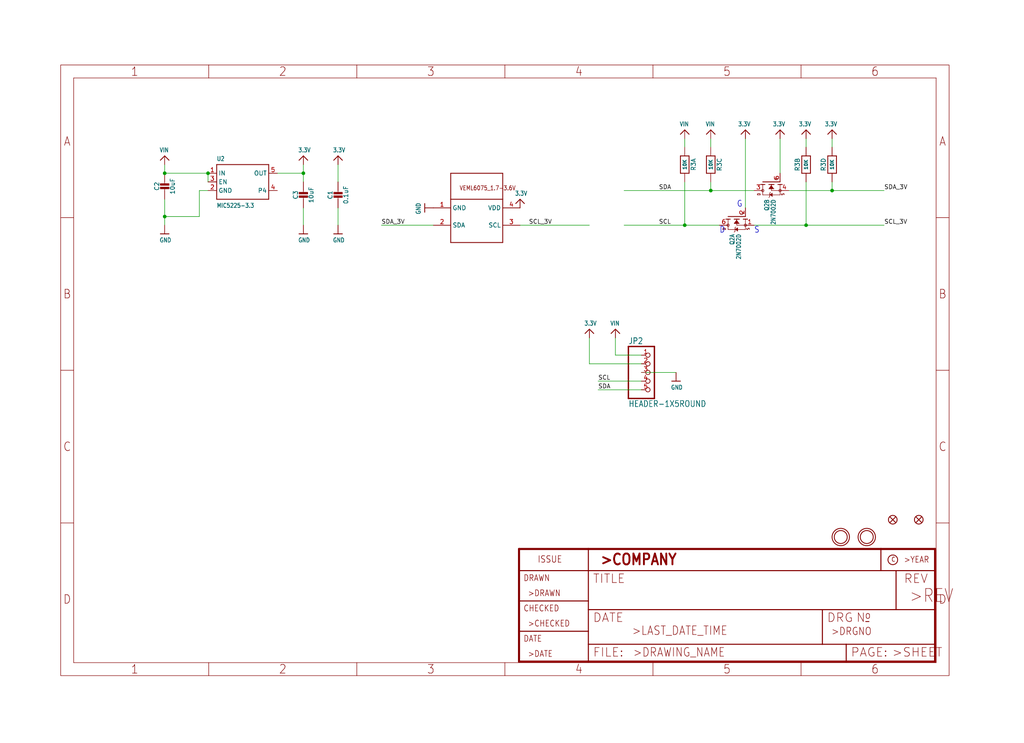
<source format=kicad_sch>
(kicad_sch (version 20211123) (generator eeschema)
  (paper "User" 300.076 217.881)
  (lib_symbols
    (symbol "eagleSchem-eagle-import:3.3V" (power)
      (property "Value" "3.3V" (at -1.524 1.016 0))
      (symbol "3.3V_1_0"
        (polyline (pts (xy -1.27 -1.27) (xy 0 0)) (stroke (width 0.254)))
        (polyline (pts (xy 0 0) (xy 1.27 -1.27)) (stroke (width 0.254)))
        (pin power_in line (at 0 -2.54 90) (length 2.54) (name "3.3V") (number "1"))
      )
    )
    (symbol "eagleSchem-eagle-import:CAP_CERAMIC0603_NO"
      (property "Reference" "C" (at -2.29 1.25 90))
      (property "Value" "CAP_CERAMIC0603_NO" (at 2.3 1.25 90))
      (symbol "CAP_CERAMIC0603_NO_1_0"
        (rectangle (start -1.27 0.508) (end 1.27 1.016) (fill (type outline)))
        (rectangle (start -1.27 1.524) (end 1.27 2.032) (fill (type outline)))
        (polyline (pts (xy 0 0.762) (xy 0 0)) (stroke (width 0.1524)))
        (polyline (pts (xy 0 2.54) (xy 0 1.778)) (stroke (width 0.1524)))
        (pin passive line (at 0 5.08 270) (length 2.54) (name "1") (number "1"))
        (pin passive line (at 0 -2.54 90) (length 2.54) (name "2") (number "2"))
      )
    )
    (symbol "eagleSchem-eagle-import:CAP_CERAMIC0805-NOOUTLINE"
      (property "Reference" "C" (at -2.29 1.25 90))
      (property "Value" "CAP_CERAMIC0805-NOOUTLINE" (at 2.3 1.25 90))
      (symbol "CAP_CERAMIC0805-NOOUTLINE_1_0"
        (rectangle (start -1.27 0.508) (end 1.27 1.016) (fill (type outline)))
        (rectangle (start -1.27 1.524) (end 1.27 2.032) (fill (type outline)))
        (polyline (pts (xy 0 0.762) (xy 0 0)) (stroke (width 0.1524)))
        (polyline (pts (xy 0 2.54) (xy 0 1.778)) (stroke (width 0.1524)))
        (pin passive line (at 0 5.08 270) (length 2.54) (name "1") (number "1"))
        (pin passive line (at 0 -2.54 90) (length 2.54) (name "2") (number "2"))
      )
    )
    (symbol "eagleSchem-eagle-import:FIDUCIAL_1MM"
      (symbol "FIDUCIAL_1MM_1_0"
        (polyline (pts (xy -0.762 0.762) (xy 0.762 -0.762)) (stroke (width 0.254)))
        (polyline (pts (xy 0.762 0.762) (xy -0.762 -0.762)) (stroke (width 0.254)))
        (circle (center 0 0) (radius 1.27) (stroke (width 0.254)))
      )
    )
    (symbol "eagleSchem-eagle-import:FRAME_A4"
      (symbol "FRAME_A4_1_0"
        (polyline (pts (xy 0 44.7675) (xy 3.81 44.7675)))
        (polyline (pts (xy 0 89.535) (xy 3.81 89.535)))
        (polyline (pts (xy 0 134.3025) (xy 3.81 134.3025)))
        (polyline (pts (xy 3.81 3.81) (xy 3.81 175.26)))
        (polyline (pts (xy 43.3917 0) (xy 43.3917 3.81)))
        (polyline (pts (xy 43.3917 175.26) (xy 43.3917 179.07)))
        (polyline (pts (xy 86.7833 0) (xy 86.7833 3.81)))
        (polyline (pts (xy 86.7833 175.26) (xy 86.7833 179.07)))
        (polyline (pts (xy 130.175 0) (xy 130.175 3.81)))
        (polyline (pts (xy 130.175 175.26) (xy 130.175 179.07)))
        (polyline (pts (xy 173.5667 0) (xy 173.5667 3.81)))
        (polyline (pts (xy 173.5667 175.26) (xy 173.5667 179.07)))
        (polyline (pts (xy 216.9583 0) (xy 216.9583 3.81)))
        (polyline (pts (xy 216.9583 175.26) (xy 216.9583 179.07)))
        (polyline (pts (xy 256.54 3.81) (xy 3.81 3.81)))
        (polyline (pts (xy 256.54 3.81) (xy 256.54 8.89)) (stroke (width 0.1016)))
        (polyline (pts (xy 256.54 3.81) (xy 256.54 175.26)))
        (polyline (pts (xy 256.54 8.89) (xy 256.54 13.97)) (stroke (width 0.1016)))
        (polyline (pts (xy 256.54 13.97) (xy 256.54 19.05)) (stroke (width 0.1016)))
        (polyline (pts (xy 256.54 19.05) (xy 256.54 36.83)) (stroke (width 0.1016)))
        (polyline (pts (xy 256.54 44.7675) (xy 260.35 44.7675)))
        (polyline (pts (xy 256.54 89.535) (xy 260.35 89.535)))
        (polyline (pts (xy 256.54 134.3025) (xy 260.35 134.3025)))
        (polyline (pts (xy 256.54 175.26) (xy 3.81 175.26)))
        (polyline (pts (xy 0 0) (xy 260.35 0) (xy 260.35 179.07) (xy 0 179.07) (xy 0 0)))
        (text "1" (at 21.6958 1.905 0) (effects (font (size 2.54 2.286))))
        (text "1" (at 21.6958 177.165 0) (effects (font (size 2.54 2.286))))
        (text "2" (at 65.0875 1.905 0) (effects (font (size 2.54 2.286))))
        (text "2" (at 65.0875 177.165 0) (effects (font (size 2.54 2.286))))
        (text "3" (at 108.4792 1.905 0) (effects (font (size 2.54 2.286))))
        (text "3" (at 108.4792 177.165 0) (effects (font (size 2.54 2.286))))
        (text "4" (at 151.8708 1.905 0) (effects (font (size 2.54 2.286))))
        (text "4" (at 151.8708 177.165 0) (effects (font (size 2.54 2.286))))
        (text "5" (at 195.2625 1.905 0) (effects (font (size 2.54 2.286))))
        (text "5" (at 195.2625 177.165 0) (effects (font (size 2.54 2.286))))
        (text "6" (at 238.6542 1.905 0) (effects (font (size 2.54 2.286))))
        (text "6" (at 238.6542 177.165 0) (effects (font (size 2.54 2.286))))
        (text "A" (at 1.905 156.6863 0) (effects (font (size 2.54 2.286))))
        (text "A" (at 258.445 156.6863 0) (effects (font (size 2.54 2.286))))
        (text "B" (at 1.905 111.9188 0) (effects (font (size 2.54 2.286))))
        (text "B" (at 258.445 111.9188 0) (effects (font (size 2.54 2.286))))
        (text "C" (at 1.905 67.1513 0) (effects (font (size 2.54 2.286))))
        (text "C" (at 258.445 67.1513 0) (effects (font (size 2.54 2.286))))
        (text "D" (at 1.905 22.3838 0) (effects (font (size 2.54 2.286))))
        (text "D" (at 258.445 22.3838 0) (effects (font (size 2.54 2.286))))
      )
      (symbol "FRAME_A4_2_0"
        (polyline (pts (xy -0.3048 1.5748) (xy 20.0152 1.5748)) (stroke (width 0.6096)))
        (polyline (pts (xy -0.3048 10.4648) (xy -0.3048 1.5748)) (stroke (width 0.6096)))
        (polyline (pts (xy -0.3048 10.4648) (xy 20.0152 10.4648)) (stroke (width 0.3048)))
        (polyline (pts (xy -0.3048 19.3548) (xy -0.3048 10.4648)) (stroke (width 0.6096)))
        (polyline (pts (xy -0.3048 19.3548) (xy 20.0152 19.3548)) (stroke (width 0.3048)))
        (polyline (pts (xy -0.3048 28.2448) (xy -0.3048 19.3548)) (stroke (width 0.6096)))
        (polyline (pts (xy -0.3048 28.2448) (xy 20.0152 28.2448)) (stroke (width 0.3048)))
        (polyline (pts (xy -0.3048 34.5948) (xy -0.3048 28.2448)) (stroke (width 0.6096)))
        (polyline (pts (xy 20.0152 1.5748) (xy 20.0152 6.6548)) (stroke (width 0.3048)))
        (polyline (pts (xy 20.0152 1.5748) (xy 95.5802 1.5748)) (stroke (width 0.6096)))
        (polyline (pts (xy 20.0152 6.6548) (xy 20.0152 10.4648)) (stroke (width 0.3048)))
        (polyline (pts (xy 20.0152 6.6548) (xy 88.5952 6.6548)) (stroke (width 0.3048)))
        (polyline (pts (xy 20.0152 10.4648) (xy 20.0152 16.8148)) (stroke (width 0.3048)))
        (polyline (pts (xy 20.0152 16.8148) (xy 20.0152 19.3548)) (stroke (width 0.3048)))
        (polyline (pts (xy 20.0152 19.3548) (xy 20.0152 28.2448)) (stroke (width 0.3048)))
        (polyline (pts (xy 20.0152 28.2448) (xy 20.0152 34.5948)) (stroke (width 0.3048)))
        (polyline (pts (xy 20.0152 28.2448) (xy 105.7402 28.2448)) (stroke (width 0.3048)))
        (polyline (pts (xy 20.0152 34.5948) (xy -0.3048 34.5948)) (stroke (width 0.6096)))
        (polyline (pts (xy 88.5952 6.6548) (xy 95.5802 6.6548)) (stroke (width 0.3048)))
        (polyline (pts (xy 88.5952 16.8148) (xy 20.0152 16.8148)) (stroke (width 0.3048)))
        (polyline (pts (xy 88.5952 16.8148) (xy 88.5952 6.6548)) (stroke (width 0.3048)))
        (polyline (pts (xy 95.5802 1.5748) (xy 121.6152 1.5748)) (stroke (width 0.6096)))
        (polyline (pts (xy 95.5802 6.6548) (xy 95.5802 1.5748)) (stroke (width 0.3048)))
        (polyline (pts (xy 95.5802 6.6548) (xy 121.6152 6.6548)) (stroke (width 0.3048)))
        (polyline (pts (xy 101.2952 13.3223) (xy 102.2477 13.3223)) (stroke (width 0.254)))
        (polyline (pts (xy 105.7402 28.2448) (xy 105.7402 34.5948)) (stroke (width 0.3048)))
        (polyline (pts (xy 105.7402 28.2448) (xy 110.1852 28.2448)) (stroke (width 0.3048)))
        (polyline (pts (xy 105.7402 34.5948) (xy 20.0152 34.5948)) (stroke (width 0.6096)))
        (polyline (pts (xy 110.1852 16.8148) (xy 88.5952 16.8148)) (stroke (width 0.3048)))
        (polyline (pts (xy 110.1852 28.2448) (xy 110.1852 16.8148)) (stroke (width 0.3048)))
        (polyline (pts (xy 110.1852 28.2448) (xy 121.6152 28.2448)) (stroke (width 0.3048)))
        (polyline (pts (xy 121.6152 6.6548) (xy 121.6152 1.5748)) (stroke (width 0.6096)))
        (polyline (pts (xy 121.6152 16.8148) (xy 110.1852 16.8148)) (stroke (width 0.3048)))
        (polyline (pts (xy 121.6152 16.8148) (xy 121.6152 6.6548)) (stroke (width 0.6096)))
        (polyline (pts (xy 121.6152 28.2448) (xy 121.6152 16.8148)) (stroke (width 0.6096)))
        (polyline (pts (xy 121.6152 34.5948) (xy 105.7402 34.5948)) (stroke (width 0.6096)))
        (polyline (pts (xy 121.6152 34.5948) (xy 121.6152 28.2448)) (stroke (width 0.6096)))
        (circle (center 109.2327 31.4198) (radius 1.4199) (stroke (width 0.254)))
        (text ">CHECKED" (at 2.2352 11.7348 0) (effects (font (size 1.778 1.5113)) (justify left bottom)))
        (text ">COMPANY" (at 23.349 29.6735 0) (effects (font (size 3.175 2.6987) (thickness 0.5397) bold) (justify left bottom)))
        (text ">DATE" (at 2.2352 2.8448 0) (effects (font (size 1.778 1.5113)) (justify left bottom)))
        (text ">DRAWING_NAME" (at 33.0327 2.8448 0) (effects (font (size 2.54 2.159)) (justify left bottom)))
        (text ">DRAWN" (at 2.2352 20.6248 0) (effects (font (size 1.778 1.5113)) (justify left bottom)))
        (text ">DRGNO" (at 91.1352 9.1948 0) (effects (font (size 2.1844 1.8567)) (justify left bottom)))
        (text ">LAST_DATE_TIME" (at 32.7152 9.1948 0) (effects (font (size 2.54 2.159)) (justify left bottom)))
        (text ">REV" (at 113.9952 18.7198 0) (effects (font (size 3.81 3.2385)) (justify left bottom)))
        (text ">SHEET" (at 108.9152 2.8448 0) (effects (font (size 2.54 2.54)) (justify left bottom)))
        (text ">YEAR" (at 112.4077 30.4673 0) (effects (font (size 1.778 1.5113)) (justify left bottom)))
        (text "C" (at 108.7564 30.7848 0) (effects (font (size 1.27 1.0795)) (justify left bottom)))
        (text "CHECKED" (at 0.9652 16.1798 0) (effects (font (size 1.778 1.5113)) (justify left bottom)))
        (text "DATE" (at 0.9652 7.2898 0) (effects (font (size 1.778 1.5113)) (justify left bottom)))
        (text "DATE" (at 21.2852 13.0048 0) (effects (font (size 2.54 2.54)) (justify left bottom)))
        (text "DRAWN" (at 0.9652 25.0698 0) (effects (font (size 1.778 1.5113)) (justify left bottom)))
        (text "DRG" (at 89.8652 13.0048 0) (effects (font (size 2.54 2.54)) (justify left bottom)))
        (text "FILE:" (at 21.2852 2.8448 0) (effects (font (size 2.54 2.54)) (justify left bottom)))
        (text "ISSUE" (at 5.0927 30.4673 0) (effects (font (size 1.9304 1.6408)) (justify left bottom)))
        (text "N" (at 98.4377 13.0048 0) (effects (font (size 2.54 2.54)) (justify left bottom)))
        (text "o" (at 100.9777 13.9573 0) (effects (font (size 2.1844 1.8567)) (justify left bottom)))
        (text "PAGE:" (at 96.8502 2.8448 0) (effects (font (size 2.54 2.54)) (justify left bottom)))
        (text "REV" (at 112.4077 24.4348 0) (effects (font (size 2.54 2.54)) (justify left bottom)))
        (text "TITLE" (at 21.2852 24.4348 0) (effects (font (size 2.54 2.54)) (justify left bottom)))
      )
    )
    (symbol "eagleSchem-eagle-import:GND" (power)
      (property "Value" "GND" (at -1.524 -2.54 0))
      (symbol "GND_1_0"
        (polyline (pts (xy -1.27 0) (xy 1.27 0)) (stroke (width 0.254)))
        (pin power_in line (at 0 2.54 270) (length 2.54) (name "GND") (number "1"))
      )
    )
    (symbol "eagleSchem-eagle-import:HEADER-1X5ROUND"
      (property "Reference" "JP" (at -6.35 8.255 0))
      (property "Value" "HEADER-1X5ROUND" (at -6.35 -10.16 0))
      (symbol "HEADER-1X5ROUND_1_0"
        (polyline (pts (xy -6.35 -7.62) (xy 1.27 -7.62)) (stroke (width 0.4064)))
        (polyline (pts (xy -6.35 7.62) (xy -6.35 -7.62)) (stroke (width 0.4064)))
        (polyline (pts (xy 1.27 -7.62) (xy 1.27 7.62)) (stroke (width 0.4064)))
        (polyline (pts (xy 1.27 7.62) (xy -6.35 7.62)) (stroke (width 0.4064)))
        (pin passive inverted (at -2.54 5.08 0) (length 2.54) (name "1") (number "1"))
        (pin passive inverted (at -2.54 2.54 0) (length 2.54) (name "2") (number "2"))
        (pin passive inverted (at -2.54 0 0) (length 2.54) (name "3") (number "3"))
        (pin passive inverted (at -2.54 -2.54 0) (length 2.54) (name "4") (number "4"))
        (pin passive inverted (at -2.54 -5.08 0) (length 2.54) (name "5") (number "5"))
      )
    )
    (symbol "eagleSchem-eagle-import:MOSFET-N_DUAL"
      (property "Reference" "Q" (at 5.08 0.635 0))
      (property "Value" "MOSFET-N_DUAL" (at 5.08 -1.27 0))
      (symbol "MOSFET-N_DUAL_1_0"
        (polyline (pts (xy 0 2.54) (xy 0 -2.54)) (stroke (width 0.254)))
        (polyline (pts (xy 0.762 -2.54) (xy 0.762 -3.175)) (stroke (width 0.254)))
        (polyline (pts (xy 0.762 -1.905) (xy 0.762 -2.54)) (stroke (width 0.254)))
        (polyline (pts (xy 0.762 0) (xy 0.762 -0.762)) (stroke (width 0.254)))
        (polyline (pts (xy 0.762 0) (xy 2.54 0)) (stroke (width 0.1524)))
        (polyline (pts (xy 0.762 0.762) (xy 0.762 0)) (stroke (width 0.254)))
        (polyline (pts (xy 0.762 2.54) (xy 0.762 1.905)) (stroke (width 0.254)))
        (polyline (pts (xy 0.762 2.54) (xy 3.81 2.54)) (stroke (width 0.1524)))
        (polyline (pts (xy 0.762 3.175) (xy 0.762 2.54)) (stroke (width 0.254)))
        (polyline (pts (xy 2.54 -2.54) (xy 0.762 -2.54)) (stroke (width 0.1524)))
        (polyline (pts (xy 2.54 -2.54) (xy 3.81 -2.54)) (stroke (width 0.1524)))
        (polyline (pts (xy 2.54 0) (xy 2.54 -2.54)) (stroke (width 0.1524)))
        (polyline (pts (xy 3.302 0.508) (xy 3.048 0.254)) (stroke (width 0.1524)))
        (polyline (pts (xy 3.81 0.508) (xy 3.302 0.508)) (stroke (width 0.1524)))
        (polyline (pts (xy 3.81 0.508) (xy 3.81 -2.54)) (stroke (width 0.1524)))
        (polyline (pts (xy 3.81 2.54) (xy 3.81 0.508)) (stroke (width 0.1524)))
        (polyline (pts (xy 4.318 0.508) (xy 3.81 0.508)) (stroke (width 0.1524)))
        (polyline (pts (xy 4.572 0.762) (xy 4.318 0.508)) (stroke (width 0.1524)))
        (polyline (pts (xy 1.016 0) (xy 2.032 0.762) (xy 2.032 -0.762)) (fill (type outline)))
        (polyline (pts (xy 3.81 0.508) (xy 3.302 -0.254) (xy 4.318 -0.254)) (fill (type outline)))
        (circle (center 2.54 -2.54) (radius 0.3592))
        (circle (center 2.54 2.54) (radius 0.3592))
        (text "D" (at 3.175 3.175 0) (effects (font (size 0.8128 0.6908)) (justify left bottom)))
        (text "G" (at -1.27 -1.905 0) (effects (font (size 0.8128 0.6908)) (justify left bottom)))
        (text "S" (at 3.175 -3.81 0) (effects (font (size 0.8128 0.6908)) (justify left bottom)))
        (pin bidirectional line (at 2.54 -5.08 90) (length 2.54) (name "S") (number "1"))
        (pin bidirectional line (at -2.54 -2.54 0) (length 2.54) (name "G") (number "2"))
        (pin bidirectional line (at 2.54 5.08 270) (length 2.54) (name "D") (number "6"))
      )
      (symbol "MOSFET-N_DUAL_2_0"
        (polyline (pts (xy 0 2.54) (xy 0 -2.54)) (stroke (width 0.254)))
        (polyline (pts (xy 0.762 -2.54) (xy 0.762 -3.175)) (stroke (width 0.254)))
        (polyline (pts (xy 0.762 -1.905) (xy 0.762 -2.54)) (stroke (width 0.254)))
        (polyline (pts (xy 0.762 0) (xy 0.762 -0.762)) (stroke (width 0.254)))
        (polyline (pts (xy 0.762 0) (xy 2.54 0)) (stroke (width 0.1524)))
        (polyline (pts (xy 0.762 0.762) (xy 0.762 0)) (stroke (width 0.254)))
        (polyline (pts (xy 0.762 2.54) (xy 0.762 1.905)) (stroke (width 0.254)))
        (polyline (pts (xy 0.762 2.54) (xy 3.81 2.54)) (stroke (width 0.1524)))
        (polyline (pts (xy 0.762 3.175) (xy 0.762 2.54)) (stroke (width 0.254)))
        (polyline (pts (xy 2.54 -2.54) (xy 0.762 -2.54)) (stroke (width 0.1524)))
        (polyline (pts (xy 2.54 -2.54) (xy 3.81 -2.54)) (stroke (width 0.1524)))
        (polyline (pts (xy 2.54 0) (xy 2.54 -2.54)) (stroke (width 0.1524)))
        (polyline (pts (xy 3.302 0.508) (xy 3.048 0.254)) (stroke (width 0.1524)))
        (polyline (pts (xy 3.81 0.508) (xy 3.302 0.508)) (stroke (width 0.1524)))
        (polyline (pts (xy 3.81 0.508) (xy 3.81 -2.54)) (stroke (width 0.1524)))
        (polyline (pts (xy 3.81 2.54) (xy 3.81 0.508)) (stroke (width 0.1524)))
        (polyline (pts (xy 4.318 0.508) (xy 3.81 0.508)) (stroke (width 0.1524)))
        (polyline (pts (xy 4.572 0.762) (xy 4.318 0.508)) (stroke (width 0.1524)))
        (polyline (pts (xy 1.016 0) (xy 2.032 0.762) (xy 2.032 -0.762)) (fill (type outline)))
        (polyline (pts (xy 3.81 0.508) (xy 3.302 -0.254) (xy 4.318 -0.254)) (fill (type outline)))
        (circle (center 2.54 -2.54) (radius 0.3592))
        (circle (center 2.54 2.54) (radius 0.3592))
        (text "D" (at 3.175 3.175 0) (effects (font (size 0.8128 0.6908)) (justify left bottom)))
        (text "G" (at -1.27 -1.905 0) (effects (font (size 0.8128 0.6908)) (justify left bottom)))
        (text "S" (at 3.175 -3.81 0) (effects (font (size 0.8128 0.6908)) (justify left bottom)))
        (pin bidirectional line (at 2.54 5.08 270) (length 2.54) (name "D") (number "3"))
        (pin bidirectional line (at 2.54 -5.08 90) (length 2.54) (name "S") (number "4"))
        (pin bidirectional line (at -2.54 -2.54 0) (length 2.54) (name "G") (number "5"))
      )
    )
    (symbol "eagleSchem-eagle-import:MOUNTINGHOLE2.5"
      (symbol "MOUNTINGHOLE2.5_1_0"
        (circle (center 0 0) (radius 1.905) (stroke (width 0.254)))
        (circle (center 0 0) (radius 2.54) (stroke (width 0.254)))
      )
    )
    (symbol "eagleSchem-eagle-import:RESISTOR_4PACK"
      (property "Reference" "R" (at 0 2.54 0))
      (property "Value" "RESISTOR_4PACK" (at 0 0 0))
      (symbol "RESISTOR_4PACK_1_0"
        (polyline (pts (xy -2.54 -1.27) (xy -2.54 1.27)) (stroke (width 0.254)))
        (polyline (pts (xy -2.54 1.27) (xy 2.54 1.27)) (stroke (width 0.254)))
        (polyline (pts (xy 2.54 -1.27) (xy -2.54 -1.27)) (stroke (width 0.254)))
        (polyline (pts (xy 2.54 1.27) (xy 2.54 -1.27)) (stroke (width 0.254)))
        (pin passive line (at -5.08 0 0) (length 2.54) (name "1") (number "1"))
        (pin passive line (at 5.08 0 180) (length 2.54) (name "2") (number "8"))
      )
      (symbol "RESISTOR_4PACK_2_0"
        (polyline (pts (xy -2.54 -1.27) (xy -2.54 1.27)) (stroke (width 0.254)))
        (polyline (pts (xy -2.54 1.27) (xy 2.54 1.27)) (stroke (width 0.254)))
        (polyline (pts (xy 2.54 -1.27) (xy -2.54 -1.27)) (stroke (width 0.254)))
        (polyline (pts (xy 2.54 1.27) (xy 2.54 -1.27)) (stroke (width 0.254)))
        (pin passive line (at -5.08 0 0) (length 2.54) (name "1") (number "2"))
        (pin passive line (at 5.08 0 180) (length 2.54) (name "2") (number "7"))
      )
      (symbol "RESISTOR_4PACK_3_0"
        (polyline (pts (xy -2.54 -1.27) (xy -2.54 1.27)) (stroke (width 0.254)))
        (polyline (pts (xy -2.54 1.27) (xy 2.54 1.27)) (stroke (width 0.254)))
        (polyline (pts (xy 2.54 -1.27) (xy -2.54 -1.27)) (stroke (width 0.254)))
        (polyline (pts (xy 2.54 1.27) (xy 2.54 -1.27)) (stroke (width 0.254)))
        (pin passive line (at -5.08 0 0) (length 2.54) (name "1") (number "3"))
        (pin passive line (at 5.08 0 180) (length 2.54) (name "2") (number "6"))
      )
      (symbol "RESISTOR_4PACK_4_0"
        (polyline (pts (xy -2.54 -1.27) (xy -2.54 1.27)) (stroke (width 0.254)))
        (polyline (pts (xy -2.54 1.27) (xy 2.54 1.27)) (stroke (width 0.254)))
        (polyline (pts (xy 2.54 -1.27) (xy -2.54 -1.27)) (stroke (width 0.254)))
        (polyline (pts (xy 2.54 1.27) (xy 2.54 -1.27)) (stroke (width 0.254)))
        (pin passive line (at -5.08 0 0) (length 2.54) (name "1") (number "4"))
        (pin passive line (at 5.08 0 180) (length 2.54) (name "2") (number "5"))
      )
    )
    (symbol "eagleSchem-eagle-import:VEML6075"
      (symbol "VEML6075_1_0"
        (polyline (pts (xy -7.62 -7.62) (xy 7.62 -7.62)) (stroke (width 0.254)))
        (polyline (pts (xy -7.62 5.08) (xy -7.62 -7.62)) (stroke (width 0.254)))
        (polyline (pts (xy -7.62 5.08) (xy 7.62 5.08)) (stroke (width 0.254)))
        (polyline (pts (xy -7.62 12.7) (xy -7.62 5.08)) (stroke (width 0.254)))
        (polyline (pts (xy -7.62 12.7) (xy 7.62 12.7)) (stroke (width 0.254)))
        (polyline (pts (xy 7.62 -7.62) (xy 7.62 5.08)) (stroke (width 0.254)))
        (polyline (pts (xy 7.62 5.08) (xy 7.62 12.7)) (stroke (width 0.254)))
        (text "VEML6075_1.7-3.6V" (at -5.08 7.62 0) (effects (font (size 1.27 1.0795)) (justify left bottom)))
        (pin bidirectional line (at -12.7 2.54 0) (length 5.08) (name "GND") (number "1"))
        (pin bidirectional line (at -12.7 -2.54 0) (length 5.08) (name "SDA") (number "2"))
        (pin bidirectional line (at 12.7 -2.54 180) (length 5.08) (name "SCL") (number "3"))
        (pin bidirectional line (at 12.7 2.54 180) (length 5.08) (name "VDD") (number "4"))
      )
    )
    (symbol "eagleSchem-eagle-import:VIN" (power)
      (property "Value" "VIN" (at -1.524 1.016 0))
      (symbol "VIN_1_0"
        (polyline (pts (xy -1.27 -1.27) (xy 0 0)) (stroke (width 0.254)))
        (polyline (pts (xy 0 0) (xy 1.27 -1.27)) (stroke (width 0.254)))
        (pin power_in line (at 0 -2.54 90) (length 2.54) (name "VIN") (number "1"))
      )
    )
    (symbol "eagleSchem-eagle-import:VREG_SOT23-5"
      (property "Reference" "U" (at -7.62 6.096 0))
      (property "Value" "VREG_SOT23-5" (at -7.62 -7.62 0))
      (symbol "VREG_SOT23-5_1_0"
        (polyline (pts (xy -7.62 -5.08) (xy -7.62 5.08)) (stroke (width 0.254)))
        (polyline (pts (xy -7.62 5.08) (xy 7.62 5.08)) (stroke (width 0.254)))
        (polyline (pts (xy 7.62 -5.08) (xy -7.62 -5.08)) (stroke (width 0.254)))
        (polyline (pts (xy 7.62 5.08) (xy 7.62 -5.08)) (stroke (width 0.254)))
        (pin power_in line (at -10.16 2.54 0) (length 2.54) (name "IN") (number "1"))
        (pin power_in line (at -10.16 -2.54 0) (length 2.54) (name "GND") (number "2"))
        (pin input line (at -10.16 0 0) (length 2.54) (name "EN") (number "3"))
        (pin bidirectional line (at 10.16 -2.54 180) (length 2.54) (name "P4") (number "4"))
        (pin power_in line (at 10.16 2.54 180) (length 2.54) (name "OUT") (number "5"))
      )
    )
  )
  (junction (at 236.22 66.04))
  (junction (at 60.96 50.8))
  (junction (at 208.28 55.88))
  (junction (at 88.9 50.8))
  (junction (at 48.26 50.8))
  (junction (at 243.84 55.88))
  (junction (at 200.66 66.04))
  (junction (at 48.26 63.5))
  (wire (pts (xy 243.84 43.18) (xy 243.84 40.64)))
  (wire (pts (xy 231.14 55.88) (xy 243.84 55.88)))
  (wire (pts (xy 48.26 63.5) (xy 48.26 66.04)))
  (wire (pts (xy 200.66 66.04) (xy 182.88 66.04)))
  (wire (pts (xy 88.9 50.8) (xy 88.9 53.34)))
  (wire (pts (xy 60.96 53.34) (xy 60.96 50.8)))
  (wire (pts (xy 172.72 106.68) (xy 172.72 99.06)))
  (wire (pts (xy 48.26 63.5) (xy 48.26 58.42)))
  (wire (pts (xy 208.28 43.18) (xy 208.28 40.64)))
  (wire (pts (xy 243.84 55.88) (xy 259.08 55.88)))
  (wire (pts (xy 48.26 48.26) (xy 48.26 50.8)))
  (wire (pts (xy 200.66 40.64) (xy 200.66 43.18)))
  (wire (pts (xy 236.22 53.34) (xy 236.22 66.04)))
  (wire (pts (xy 200.66 53.34) (xy 200.66 66.04)))
  (wire (pts (xy 152.4 66.04) (xy 172.72 66.04)))
  (wire (pts (xy 187.96 109.22) (xy 198.12 109.22)))
  (wire (pts (xy 236.22 43.18) (xy 236.22 40.64)))
  (wire (pts (xy 58.42 55.88) (xy 58.42 63.5)))
  (wire (pts (xy 187.96 104.14) (xy 180.34 104.14)))
  (wire (pts (xy 99.06 48.26) (xy 99.06 53.34)))
  (wire (pts (xy 81.28 50.8) (xy 88.9 50.8)))
  (wire (pts (xy 127 66.04) (xy 111.76 66.04)))
  (wire (pts (xy 228.6 50.8) (xy 228.6 40.64)))
  (wire (pts (xy 60.96 55.88) (xy 58.42 55.88)))
  (wire (pts (xy 88.9 50.8) (xy 88.9 48.26)))
  (wire (pts (xy 220.98 55.88) (xy 208.28 55.88)))
  (wire (pts (xy 210.82 66.04) (xy 200.66 66.04)))
  (wire (pts (xy 187.96 114.3) (xy 175.26 114.3)))
  (wire (pts (xy 187.96 106.68) (xy 172.72 106.68)))
  (wire (pts (xy 208.28 53.34) (xy 208.28 55.88)))
  (wire (pts (xy 208.28 55.88) (xy 182.88 55.88)))
  (wire (pts (xy 220.98 66.04) (xy 236.22 66.04)))
  (wire (pts (xy 187.96 111.76) (xy 175.26 111.76)))
  (wire (pts (xy 236.22 66.04) (xy 259.08 66.04)))
  (wire (pts (xy 88.9 60.96) (xy 88.9 66.04)))
  (wire (pts (xy 218.44 60.96) (xy 218.44 40.64)))
  (wire (pts (xy 243.84 53.34) (xy 243.84 55.88)))
  (wire (pts (xy 99.06 60.96) (xy 99.06 66.04)))
  (wire (pts (xy 58.42 63.5) (xy 48.26 63.5)))
  (wire (pts (xy 180.34 104.14) (xy 180.34 99.06)))
  (wire (pts (xy 60.96 50.8) (xy 48.26 50.8)))
  (text "G" (at 215.9 60.96 180) (effects (font (size 1.778 1.5113)) (justify left bottom)))
  (text "S" (at 220.98 68.58 180) (effects (font (size 1.778 1.5113)) (justify left bottom)))
  (text "D" (at 210.82 68.58 180) (effects (font (size 1.778 1.5113)) (justify left bottom)))
  (label "SCL_3V" (at 154.94 66.04 0) (effects (font (size 1.2446 1.2446))))
  (label "SDA" (at 175.26 114.3 0) (effects (font (size 1.2446 1.2446))))
  (label "SCL_3V" (at 259.08 66.04 0) (effects (font (size 1.2446 1.2446))))
  (label "SCL" (at 193.04 66.04 0) (effects (font (size 1.2446 1.2446))))
  (label "SDA" (at 193.04 55.88 0) (effects (font (size 1.2446 1.2446))))
  (label "SDA_3V" (at 111.76 66.04 0) (effects (font (size 1.2446 1.2446))))
  (label "SDA_3V" (at 259.08 55.88 0) (effects (font (size 1.2446 1.2446))))
  (label "SCL" (at 175.26 111.76 0) (effects (font (size 1.2446 1.2446))))
  (symbol (lib_id "eagleSchem-eagle-import:VIN") (at 180.34 96.52 0) (unit 1)
    (property "Reference" "#U$9" (effects hide))
    (property "Value" "VIN" (at 178.816 95.504 0) (effects (font (size 1.27 1.0795)) (justify left bottom)))
    (property "Footprint" "eagleSchem:" (effects hide))
  )
  (symbol (lib_id "eagleSchem-eagle-import:VIN") (at 208.28 38.1 0) (unit 1)
    (property "Reference" "#U$28" (effects hide))
    (property "Value" "VIN" (at 206.756 37.084 0) (effects (font (size 1.27 1.0795)) (justify left bottom)))
    (property "Footprint" "eagleSchem:" (effects hide))
  )
  (symbol (lib_id "eagleSchem-eagle-import:3.3V") (at 99.06 45.72 0) (unit 1)
    (property "Reference" "#U$14" (effects hide))
    (property "Value" "3.3V" (at 97.536 44.704 0) (effects (font (size 1.27 1.0795)) (justify left bottom)))
    (property "Footprint" "eagleSchem:" (effects hide))
  )
  (symbol (lib_id "eagleSchem-eagle-import:MOSFET-N_DUAL") (at 215.9 63.5 90) (mirror x) (unit 1)
    (property "Reference" "Q2" (at 215.265 68.58 0) (effects (font (size 1.27 1.0795)) (justify left bottom)))
    (property "Value" "2N7002D" (at 217.17 68.58 0) (effects (font (size 1.27 1.0795)) (justify left bottom)))
    (property "Footprint" "eagleSchem:SOT363" (effects hide))
  )
  (symbol (lib_id "eagleSchem-eagle-import:3.3V") (at 172.72 96.52 0) (unit 1)
    (property "Reference" "#U$16" (effects hide))
    (property "Value" "3.3V" (at 171.196 95.504 0) (effects (font (size 1.27 1.0795)) (justify left bottom)))
    (property "Footprint" "eagleSchem:" (effects hide))
  )
  (symbol (lib_id "eagleSchem-eagle-import:RESISTOR_4PACK") (at 208.28 48.26 270) (unit 3)
    (property "Reference" "R3" (at 210.82 48.26 0))
    (property "Value" "10K" (at 208.28 48.26 0) (effects (font (size 1.016 1.016) bold)))
    (property "Footprint" "eagleSchem:RESPACK_4X0603" (effects hide))
  )
  (symbol (lib_id "eagleSchem-eagle-import:VEML6075") (at 139.7 63.5 0) (unit 1)
    (property "Reference" "U$12" (effects hide))
    (property "Value" "VEML6075" (effects hide))
    (property "Footprint" "eagleSchem:VEML6075" (effects hide))
  )
  (symbol (lib_id "eagleSchem-eagle-import:3.3V") (at 236.22 38.1 0) (mirror y) (unit 1)
    (property "Reference" "#U$24" (effects hide))
    (property "Value" "3.3V" (at 237.744 37.084 0) (effects (font (size 1.27 1.0795)) (justify left bottom)))
    (property "Footprint" "eagleSchem:" (effects hide))
  )
  (symbol (lib_id "eagleSchem-eagle-import:FRAME_A4") (at 17.78 198.12 0) (unit 1)
    (property "Reference" "#FRAME1" (effects hide))
    (property "Value" "FRAME_A4" (effects hide))
    (property "Footprint" "eagleSchem:" (effects hide))
  )
  (symbol (lib_id "eagleSchem-eagle-import:3.3V") (at 218.44 38.1 0) (mirror y) (unit 1)
    (property "Reference" "#U$26" (effects hide))
    (property "Value" "3.3V" (at 219.964 37.084 0) (effects (font (size 1.27 1.0795)) (justify left bottom)))
    (property "Footprint" "eagleSchem:" (effects hide))
  )
  (symbol (lib_id "eagleSchem-eagle-import:GND") (at 198.12 111.76 0) (unit 1)
    (property "Reference" "#U$10" (effects hide))
    (property "Value" "GND" (at 196.596 114.3 0) (effects (font (size 1.27 1.0795)) (justify left bottom)))
    (property "Footprint" "eagleSchem:" (effects hide))
  )
  (symbol (lib_id "eagleSchem-eagle-import:GND") (at 88.9 68.58 0) (unit 1)
    (property "Reference" "#U$5" (effects hide))
    (property "Value" "GND" (at 87.376 71.12 0) (effects (font (size 1.27 1.0795)) (justify left bottom)))
    (property "Footprint" "eagleSchem:" (effects hide))
  )
  (symbol (lib_id "eagleSchem-eagle-import:FIDUCIAL_1MM") (at 261.62 152.4 0) (unit 1)
    (property "Reference" "FID2" (effects hide))
    (property "Value" "FIDUCIAL_1MM" (effects hide))
    (property "Footprint" "eagleSchem:FIDUCIAL_1MM" (effects hide))
  )
  (symbol (lib_id "eagleSchem-eagle-import:RESISTOR_4PACK") (at 200.66 48.26 270) (unit 1)
    (property "Reference" "R3" (at 203.2 48.26 0))
    (property "Value" "10K" (at 200.66 48.26 0) (effects (font (size 1.016 1.016) bold)))
    (property "Footprint" "eagleSchem:RESPACK_4X0603" (effects hide))
  )
  (symbol (lib_id "eagleSchem-eagle-import:3.3V") (at 88.9 45.72 0) (unit 1)
    (property "Reference" "#U$15" (effects hide))
    (property "Value" "3.3V" (at 87.376 44.704 0) (effects (font (size 1.27 1.0795)) (justify left bottom)))
    (property "Footprint" "eagleSchem:" (effects hide))
  )
  (symbol (lib_id "eagleSchem-eagle-import:VIN") (at 48.26 45.72 0) (unit 1)
    (property "Reference" "#U$20" (effects hide))
    (property "Value" "VIN" (at 46.736 44.704 0) (effects (font (size 1.27 1.0795)) (justify left bottom)))
    (property "Footprint" "eagleSchem:" (effects hide))
  )
  (symbol (lib_id "eagleSchem-eagle-import:3.3V") (at 243.84 38.1 0) (mirror y) (unit 1)
    (property "Reference" "#U$7" (effects hide))
    (property "Value" "3.3V" (at 245.364 37.084 0) (effects (font (size 1.27 1.0795)) (justify left bottom)))
    (property "Footprint" "eagleSchem:" (effects hide))
  )
  (symbol (lib_id "eagleSchem-eagle-import:3.3V") (at 152.4 58.42 0) (unit 1)
    (property "Reference" "#U$2" (effects hide))
    (property "Value" "3.3V" (at 150.876 57.404 0) (effects (font (size 1.27 1.0795)) (justify left bottom)))
    (property "Footprint" "eagleSchem:" (effects hide))
  )
  (symbol (lib_id "eagleSchem-eagle-import:FIDUCIAL_1MM") (at 269.24 152.4 0) (unit 1)
    (property "Reference" "FID1" (effects hide))
    (property "Value" "FIDUCIAL_1MM" (effects hide))
    (property "Footprint" "eagleSchem:FIDUCIAL_1MM" (effects hide))
  )
  (symbol (lib_id "eagleSchem-eagle-import:MOUNTINGHOLE2.5") (at 246.38 157.48 0) (unit 1)
    (property "Reference" "U$4" (effects hide))
    (property "Value" "MOUNTINGHOLE2.5" (effects hide))
    (property "Footprint" "eagleSchem:MOUNTINGHOLE_2.5_PLATED" (effects hide))
  )
  (symbol (lib_id "eagleSchem-eagle-import:RESISTOR_4PACK") (at 236.22 48.26 90) (mirror x) (unit 2)
    (property "Reference" "R3" (at 233.68 48.26 0))
    (property "Value" "10K" (at 236.22 48.26 0) (effects (font (size 1.016 1.016) bold)))
    (property "Footprint" "eagleSchem:RESPACK_4X0603" (effects hide))
  )
  (symbol (lib_id "eagleSchem-eagle-import:3.3V") (at 228.6 38.1 0) (mirror y) (unit 1)
    (property "Reference" "#U$23" (effects hide))
    (property "Value" "3.3V" (at 230.124 37.084 0) (effects (font (size 1.27 1.0795)) (justify left bottom)))
    (property "Footprint" "eagleSchem:" (effects hide))
  )
  (symbol (lib_id "eagleSchem-eagle-import:HEADER-1X5ROUND") (at 190.5 109.22 0) (unit 1)
    (property "Reference" "JP2" (at 184.15 100.965 0) (effects (font (size 1.778 1.5113)) (justify left bottom)))
    (property "Value" "HEADER-1X5ROUND" (at 184.15 119.38 0) (effects (font (size 1.778 1.5113)) (justify left bottom)))
    (property "Footprint" "eagleSchem:1X05_ROUND" (effects hide))
  )
  (symbol (lib_id "eagleSchem-eagle-import:GND") (at 48.26 68.58 0) (unit 1)
    (property "Reference" "#U$13" (effects hide))
    (property "Value" "GND" (at 46.736 71.12 0) (effects (font (size 1.27 1.0795)) (justify left bottom)))
    (property "Footprint" "eagleSchem:" (effects hide))
  )
  (symbol (lib_id "eagleSchem-eagle-import:VREG_SOT23-5") (at 71.12 53.34 0) (unit 1)
    (property "Reference" "U2" (at 63.5 47.244 0) (effects (font (size 1.27 1.0795)) (justify left bottom)))
    (property "Value" "MIC5225-3.3" (at 63.5 60.96 0) (effects (font (size 1.27 1.0795)) (justify left bottom)))
    (property "Footprint" "eagleSchem:SOT23-5" (effects hide))
  )
  (symbol (lib_id "eagleSchem-eagle-import:VIN") (at 200.66 38.1 0) (unit 1)
    (property "Reference" "#U$29" (effects hide))
    (property "Value" "VIN" (at 199.136 37.084 0) (effects (font (size 1.27 1.0795)) (justify left bottom)))
    (property "Footprint" "eagleSchem:" (effects hide))
  )
  (symbol (lib_id "eagleSchem-eagle-import:FRAME_A4") (at 152.4 195.58 0) (unit 2)
    (property "Reference" "#FRAME1" (effects hide))
    (property "Value" "FRAME_A4" (effects hide))
    (property "Footprint" "eagleSchem:" (effects hide))
  )
  (symbol (lib_id "eagleSchem-eagle-import:CAP_CERAMIC0805-NOOUTLINE") (at 48.26 55.88 0) (unit 1)
    (property "Reference" "C2" (at 45.97 54.63 90))
    (property "Value" "10uF" (at 50.56 54.63 90))
    (property "Footprint" "eagleSchem:0805-NO" (effects hide))
  )
  (symbol (lib_id "eagleSchem-eagle-import:GND") (at 124.46 60.96 270) (unit 1)
    (property "Reference" "#U$11" (effects hide))
    (property "Value" "GND" (at 121.92 59.436 0) (effects (font (size 1.27 1.0795)) (justify left bottom)))
    (property "Footprint" "eagleSchem:" (effects hide))
  )
  (symbol (lib_id "eagleSchem-eagle-import:GND") (at 99.06 68.58 0) (unit 1)
    (property "Reference" "#U$6" (effects hide))
    (property "Value" "GND" (at 97.536 71.12 0) (effects (font (size 1.27 1.0795)) (justify left bottom)))
    (property "Footprint" "eagleSchem:" (effects hide))
  )
  (symbol (lib_id "eagleSchem-eagle-import:CAP_CERAMIC0805-NOOUTLINE") (at 88.9 58.42 0) (unit 1)
    (property "Reference" "C3" (at 86.61 57.17 90))
    (property "Value" "10uF" (at 91.2 57.17 90))
    (property "Footprint" "eagleSchem:0805-NO" (effects hide))
  )
  (symbol (lib_id "eagleSchem-eagle-import:RESISTOR_4PACK") (at 243.84 48.26 90) (mirror x) (unit 4)
    (property "Reference" "R3" (at 241.3 48.26 0))
    (property "Value" "10K" (at 243.84 48.26 0) (effects (font (size 1.016 1.016) bold)))
    (property "Footprint" "eagleSchem:RESPACK_4X0603" (effects hide))
  )
  (symbol (lib_id "eagleSchem-eagle-import:CAP_CERAMIC0603_NO") (at 99.06 58.42 0) (unit 1)
    (property "Reference" "C1" (at 96.77 57.17 90))
    (property "Value" "0.1uF" (at 101.36 57.17 90))
    (property "Footprint" "eagleSchem:0603-NO" (effects hide))
  )
  (symbol (lib_id "eagleSchem-eagle-import:MOUNTINGHOLE2.5") (at 254 157.48 0) (unit 1)
    (property "Reference" "U$3" (effects hide))
    (property "Value" "MOUNTINGHOLE2.5" (effects hide))
    (property "Footprint" "eagleSchem:MOUNTINGHOLE_2.5_PLATED" (effects hide))
  )
  (symbol (lib_id "eagleSchem-eagle-import:MOSFET-N_DUAL") (at 226.06 53.34 90) (mirror x) (unit 2)
    (property "Reference" "Q2" (at 225.425 58.42 0) (effects (font (size 1.27 1.0795)) (justify left bottom)))
    (property "Value" "2N7002D" (at 227.33 58.42 0) (effects (font (size 1.27 1.0795)) (justify left bottom)))
    (property "Footprint" "eagleSchem:SOT363" (effects hide))
  )
)
</source>
